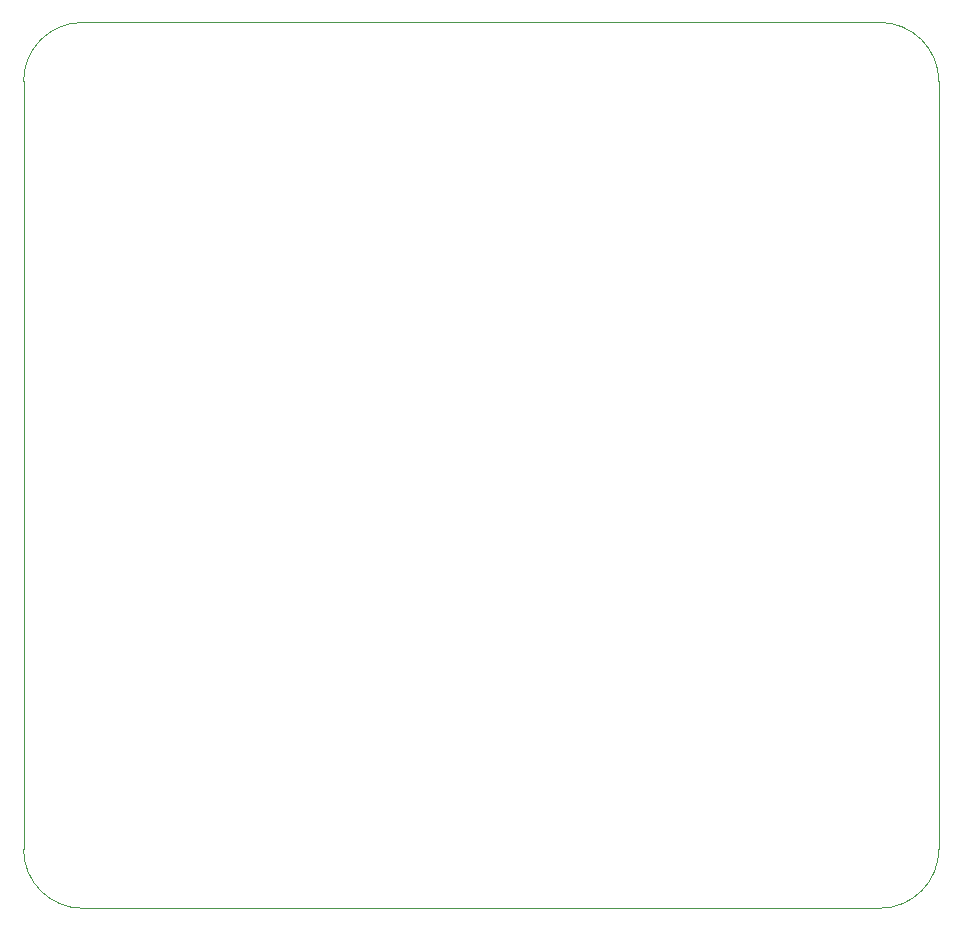
<source format=gbr>
G04 #@! TF.GenerationSoftware,KiCad,Pcbnew,6.0.10+dfsg-1~bpo11+1*
G04 #@! TF.ProjectId,pwr,7077722e-6b69-4636-9164-5f7063625858,rev?*
G04 #@! TF.SameCoordinates,Original*
G04 #@! TF.FileFunction,Profile,NP*
%FSLAX46Y46*%
G04 Gerber Fmt 4.6, Leading zero omitted, Abs format (unit mm)*
%MOMM*%
%LPD*%
G01*
G04 APERTURE LIST*
G04 #@! TA.AperFunction,Profile*
%ADD10C,0.100000*%
G04 #@! TD*
G04 APERTURE END LIST*
D10*
X184000000Y-130000000D02*
G75*
G03*
X189000000Y-125000000I0J5000000D01*
G01*
X111500000Y-125000000D02*
G75*
G03*
X116500000Y-130000000I5000000J0D01*
G01*
X116500000Y-55000000D02*
X184000000Y-55000000D01*
X111500000Y-125000000D02*
X111500000Y-60000000D01*
X189000000Y-60000000D02*
G75*
G03*
X184000000Y-55000000I-5000000J0D01*
G01*
X184000000Y-130000000D02*
X116500000Y-130000000D01*
X116500000Y-55000000D02*
G75*
G03*
X111500000Y-60000000I0J-5000000D01*
G01*
X189000000Y-60000000D02*
X189000000Y-125000000D01*
M02*

</source>
